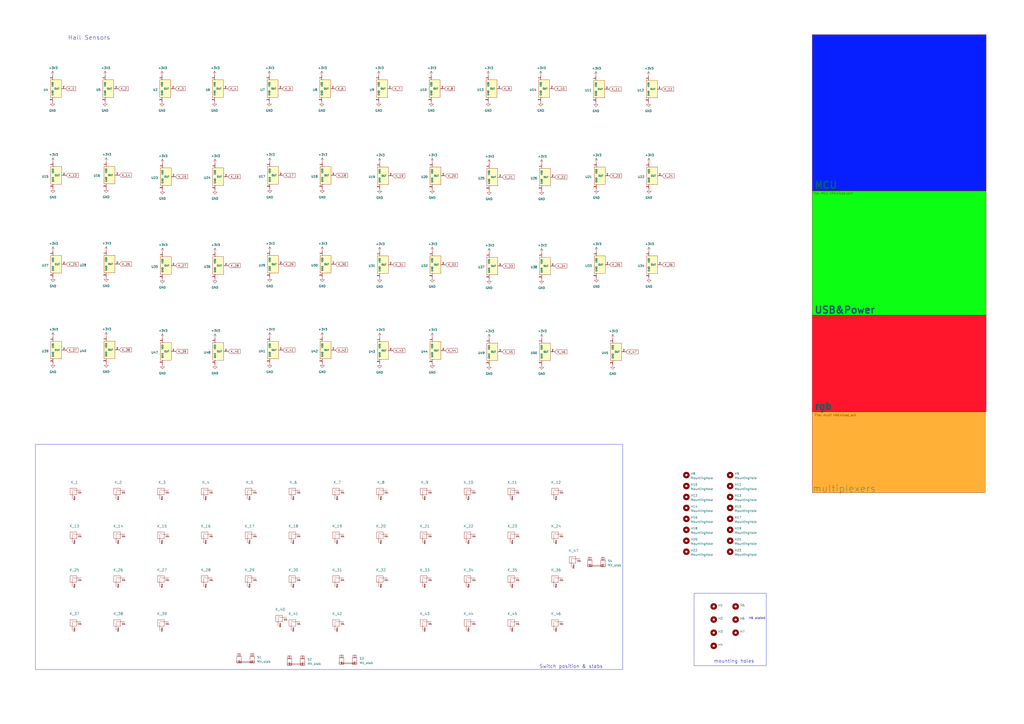
<source format=kicad_sch>
(kicad_sch (version 20230121) (generator eeschema)
  (paper "A2")
  (rectangle (start 402.59 344.17) (end 444.5 386.08))
  (rectangle (start 20.574 257.81) (end 361.188 388.366))
  (text "Switch position & stabs\n" (at 312.928 387.858 0) (effects (font (size 2 2)) (justify left bottom)))
  (text "Hall Sensors" (at 39.37 23.495 0) (effects (font (size 2.54 2.54)) (justify left bottom)))
  (text "mounting holes" (at 414.02 384.81 0) (effects (font (size 2 2)) (justify left bottom)))
  (text "H6 plated" (at 434.34 359.41 0) (effects (font (size 1.27 1.27)) (justify left bottom)))
  (global_label "K_44" (shape input) (at 258.318 203.327 0) (property "Intersheetrefs" "${INTERSHEET_REFS}" (effects hide)))
  (global_label "K_9" (shape input) (at 290.83 51.435 0) (property "Intersheetrefs" "${INTERSHEET_REFS}" (effects hide)))
  (global_label "K_6" (shape input) (at 194.31 51.435 0) (property "Intersheetrefs" "${INTERSHEET_REFS}" (effects hide)))
  (global_label "K_16" (shape input) (at 132.334 102.489 0) (property "Intersheetrefs" "${INTERSHEET_REFS}" (effects hide)))
  (global_label "K_38" (shape input) (at 69.215 202.946 0) (property "Intersheetrefs" "${INTERSHEET_REFS}" (effects hide)))
  (global_label "K_4" (shape input) (at 132.08 51.435 0) (property "Intersheetrefs" "${INTERSHEET_REFS}" (effects hide)))
  (global_label "K_24" (shape input) (at 384.048 101.981 0) (property "Intersheetrefs" "${INTERSHEET_REFS}" (effects hide)))
  (global_label "K_25" (shape input) (at 38.354 153.289 0) (property "Intersheetrefs" "${INTERSHEET_REFS}" (effects hide)))
  (global_label "K_47" (shape input) (at 363.093 204.089 0) (property "Intersheetrefs" "${INTERSHEET_REFS}" (effects hide)))
  (global_label "K_17" (shape input) (at 164.084 101.727 0) (property "Intersheetrefs" "${INTERSHEET_REFS}" (effects hide)))
  (global_label "K_22" (shape input) (at 321.818 102.743 0) (property "Intersheetrefs" "${INTERSHEET_REFS}" (effects hide)))
  (global_label "K_18" (shape input) (at 194.564 101.727 0) (property "Intersheetrefs" "${INTERSHEET_REFS}" (effects hide)))
  (global_label "K_14" (shape input) (at 69.215 101.6 0) (property "Intersheetrefs" "${INTERSHEET_REFS}" (effects hide)))
  (global_label "K_21" (shape input) (at 291.338 102.743 0) (property "Intersheetrefs" "${INTERSHEET_REFS}" (effects hide)))
  (global_label "K_42" (shape input) (at 194.564 203.073 0) (property "Intersheetrefs" "${INTERSHEET_REFS}" (effects hide)))
  (global_label "K_39" (shape input) (at 101.854 203.835 0) (property "Intersheetrefs" "${INTERSHEET_REFS}" (effects hide)))
  (global_label "K_11" (shape input) (at 353.314 51.689 0) (property "Intersheetrefs" "${INTERSHEET_REFS}" (effects hide)))
  (global_label "K_2" (shape input) (at 68.58 51.435 0) (property "Intersheetrefs" "${INTERSHEET_REFS}" (effects hide)))
  (global_label "K_15" (shape input) (at 101.854 102.489 0) (property "Intersheetrefs" "${INTERSHEET_REFS}" (effects hide)))
  (global_label "K_36" (shape input) (at 384.048 153.543 0) (property "Intersheetrefs" "${INTERSHEET_REFS}" (effects hide)))
  (global_label "K_20" (shape input) (at 258.318 101.981 0) (property "Intersheetrefs" "${INTERSHEET_REFS}" (effects hide)))
  (global_label "K_13" (shape input) (at 38.354 101.727 0) (property "Intersheetrefs" "${INTERSHEET_REFS}" (effects hide)))
  (global_label "K_5" (shape input) (at 163.83 51.435 0) (property "Intersheetrefs" "${INTERSHEET_REFS}" (effects hide)))
  (global_label "K_35" (shape input) (at 353.568 153.543 0) (property "Intersheetrefs" "${INTERSHEET_REFS}" (effects hide)))
  (global_label "K_31" (shape input) (at 227.838 153.543 0) (property "Intersheetrefs" "${INTERSHEET_REFS}" (effects hide)))
  (global_label "K_26" (shape input) (at 69.215 153.162 0) (property "Intersheetrefs" "${INTERSHEET_REFS}" (effects hide)))
  (global_label "K_34" (shape input) (at 321.818 154.305 0) (property "Intersheetrefs" "${INTERSHEET_REFS}" (effects hide)))
  (global_label "K_43" (shape input) (at 227.838 203.327 0) (property "Intersheetrefs" "${INTERSHEET_REFS}" (effects hide)))
  (global_label "K_10" (shape input) (at 321.31 51.435 0) (property "Intersheetrefs" "${INTERSHEET_REFS}" (effects hide)))
  (global_label "K_29" (shape input) (at 164.084 153.289 0) (property "Intersheetrefs" "${INTERSHEET_REFS}" (effects hide)))
  (global_label "K_40" (shape input) (at 132.334 203.835 0) (property "Intersheetrefs" "${INTERSHEET_REFS}" (effects hide)))
  (global_label "K_12" (shape input) (at 383.794 51.689 0) (property "Intersheetrefs" "${INTERSHEET_REFS}" (effects hide)))
  (global_label "K_37" (shape input) (at 38.354 203.073 0) (property "Intersheetrefs" "${INTERSHEET_REFS}" (effects hide)))
  (global_label "K_32" (shape input) (at 258.318 153.543 0) (property "Intersheetrefs" "${INTERSHEET_REFS}" (effects hide)))
  (global_label "K_33" (shape input) (at 291.338 154.305 0) (property "Intersheetrefs" "${INTERSHEET_REFS}" (effects hide)))
  (global_label "K_45" (shape input) (at 291.338 204.089 0) (property "Intersheetrefs" "${INTERSHEET_REFS}" (effects hide)))
  (global_label "K_7" (shape input) (at 227.33 51.435 0) (property "Intersheetrefs" "${INTERSHEET_REFS}" (effects hide)))
  (global_label "K_23" (shape input) (at 353.568 101.981 0) (property "Intersheetrefs" "${INTERSHEET_REFS}" (effects hide)))
  (global_label "K_28" (shape input) (at 132.334 154.051 0) (property "Intersheetrefs" "${INTERSHEET_REFS}" (effects hide)))
  (global_label "K_27" (shape input) (at 101.854 154.051 0) (property "Intersheetrefs" "${INTERSHEET_REFS}" (effects hide)))
  (global_label "K_30" (shape input) (at 194.564 153.289 0) (property "Intersheetrefs" "${INTERSHEET_REFS}" (effects hide)))
  (global_label "K_1" (shape input) (at 38.1 51.435 0) (property "Intersheetrefs" "${INTERSHEET_REFS}" (effects hide)))
  (global_label "K_3" (shape input) (at 101.6 51.435 0) (property "Intersheetrefs" "${INTERSHEET_REFS}" (effects hide)))
  (global_label "K_8" (shape input) (at 257.81 51.435 0) (property "Intersheetrefs" "${INTERSHEET_REFS}" (effects hide)))
  (global_label "K_41" (shape input) (at 164.084 203.073 0) (property "Intersheetrefs" "${INTERSHEET_REFS}" (effects hide)))
  (global_label "K_19" (shape input) (at 227.838 101.981 0) (property "Intersheetrefs" "${INTERSHEET_REFS}" (effects hide)))
  (global_label "K_46" (shape input) (at 321.818 204.089 0) (property "Intersheetrefs" "${INTERSHEET_REFS}" (effects hide)))
  (symbol (lib_id "PCM_marbastlib-mx:MX_stab") (at 171.704 383.286 0) (unit 1)
    (property "Reference" "S2" (at 178.308 382.524 0) (effects (justify left)))
    (property "Value" "MX_stab" (at 178.308 385.064 0) (effects (justify left)))
    (property "Footprint" "PCM_marbastlib-mx:STAB_MX_6.25u" (effects hide))
  )
  (symbol (lib_id "power:+3V3") (at 30.734 195.453 0) (unit 1)
    (property "Reference" "#PWR0188" (effects hide))
    (property "Value" "+3V3" (at 31.115 191.0588 0))
  )
  (symbol (lib_id "power:GND") (at 345.948 109.601 0) (unit 1)
    (property "Reference" "#PWR0128" (effects hide))
    (property "Value" "GND" (at 345.948 114.681 0))
  )
  (symbol (lib_id "49e:Hall_Sensor") (at 33.274 203.073 0) (unit 1)
    (property "Reference" "U39" (at 28.194 203.708 0) (effects (justify right)))
    (property "Value" "SLSS49E-3" (effects hide))
    (property "Footprint" "Package_TO_SOT_SMD:SOT-23" (effects hide))
    (property "Datasheet" "https://datasheet.lcsc.com/lcsc/2110081930_Slkor-SLKORMICRO-Elec--SLSS49E-3_C2904393.pdf" (effects hide))
    (property "LCSC Part" "C2904393" (effects hide))
    (property "LCSC" "C2904393" (effects hide))
  )
  (symbol (lib_id "MX_Alps_Hybrid:MX-NoLED") (at 170.18 285.75 0) (unit 1)
    (property "Reference" "K_6" (at 170.18 279.8318 0) (effects (font (size 1.524 1.524))))
    (property "Value" "KEYSW" (effects hide))
    (property "Footprint" "Moonpad:Wooting_1.00u" (effects hide))
  )
  (symbol (lib_id "Mechanical:MountingHole") (at 398.145 281.94 0) (unit 1)
    (property "Reference" "H10" (at 400.685 281.1053 0) (effects (justify left)))
    (property "Value" "MountingHole" (at 400.685 283.6422 0) (effects (justify left)))
    (property "Footprint" "cipulot_parts:HOLE_M2" (effects hide))
  )
  (symbol (lib_id "MX_Alps_Hybrid:MX-NoLED") (at 246.38 361.95 0) (unit 1)
    (property "Reference" "K_43" (at 246.38 356.0318 0) (effects (font (size 1.524 1.524))))
    (property "Value" "KEYSW" (effects hide))
    (property "Footprint" "Moonpad:Wooting_1.00u" (effects hide))
  )
  (symbol (lib_id "power:+3V3") (at 186.69 43.815 0) (unit 1)
    (property "Reference" "#PWR061" (effects hide))
    (property "Value" "+3V3" (at 187.071 39.4208 0))
  )
  (symbol (lib_id "power:+3V3") (at 314.198 146.685 0) (unit 1)
    (property "Reference" "#PWR0151" (effects hide))
    (property "Value" "+3V3" (at 314.579 142.2908 0))
  )
  (symbol (lib_id "power:GND") (at 30.734 210.693 0) (unit 1)
    (property "Reference" "#PWR0212" (effects hide))
    (property "Value" "GND" (at 30.734 215.773 0))
  )
  (symbol (lib_id "power:GND") (at 124.714 211.455 0) (unit 1)
    (property "Reference" "#PWR0230" (effects hide))
    (property "Value" "GND" (at 124.714 216.535 0))
  )
  (symbol (lib_id "49e:Hall_Sensor") (at 96.774 203.835 0) (unit 1)
    (property "Reference" "U47" (at 91.694 204.47 0) (effects (justify right)))
    (property "Value" "SLSS49E-3" (effects hide))
    (property "Footprint" "Package_TO_SOT_SMD:SOT-23" (effects hide))
    (property "Datasheet" "https://datasheet.lcsc.com/lcsc/2110081930_Slkor-SLKORMICRO-Elec--SLSS49E-3_C2904393.pdf" (effects hide))
    (property "LCSC Part" "C2904393" (effects hide))
    (property "LCSC" "C2904393" (effects hide))
  )
  (symbol (lib_id "MX_Alps_Hybrid:MX-NoLED") (at 297.18 361.95 0) (unit 1)
    (property "Reference" "K_45" (at 297.18 356.0318 0) (effects (font (size 1.524 1.524))))
    (property "Value" "KEYSW" (effects hide))
    (property "Footprint" "Moonpad:Wooting_1.00u" (effects hide))
  )
  (symbol (lib_id "power:+3V3") (at 219.71 43.815 0) (unit 1)
    (property "Reference" "#PWR068" (effects hide))
    (property "Value" "+3V3" (at 220.091 39.4208 0))
  )
  (symbol (lib_id "MX_Alps_Hybrid:MX-NoLED") (at 271.78 285.75 0) (unit 1)
    (property "Reference" "K_10" (at 271.78 279.8318 0) (effects (font (size 1.524 1.524))))
    (property "Value" "KEYSW" (effects hide))
    (property "Footprint" "Moonpad:Wooting_1.00u" (effects hide))
  )
  (symbol (lib_id "power:+3V3") (at 283.718 95.123 0) (unit 1)
    (property "Reference" "#PWR0102" (effects hide))
    (property "Value" "+3V3" (at 284.099 90.7288 0))
  )
  (symbol (lib_id "49e:Hall_Sensor") (at 286.258 154.305 0) (unit 1)
    (property "Reference" "U37" (at 281.178 154.94 0) (effects (justify right)))
    (property "Value" "SLSS49E-3" (effects hide))
    (property "Footprint" "Package_TO_SOT_SMD:SOT-23" (effects hide))
    (property "Datasheet" "https://datasheet.lcsc.com/lcsc/2110081930_Slkor-SLKORMICRO-Elec--SLSS49E-3_C2904393.pdf" (effects hide))
    (property "LCSC Part" "C2904393" (effects hide))
    (property "LCSC" "C2904393" (effects hide))
  )
  (symbol (lib_id "power:GND") (at 93.98 59.055 0) (unit 1)
    (property "Reference" "#PWR056" (effects hide))
    (property "Value" "GND" (at 93.98 64.135 0))
  )
  (symbol (lib_id "power:+3V3") (at 250.698 145.923 0) (unit 1)
    (property "Reference" "#PWR0145" (effects hide))
    (property "Value" "+3V3" (at 251.079 141.5288 0))
  )
  (symbol (lib_id "49e:Hall_Sensor") (at 378.968 153.543 0) (unit 1)
    (property "Reference" "U34" (at 373.888 154.178 0) (effects (justify right)))
    (property "Value" "SLSS49E-3" (effects hide))
    (property "Footprint" "Package_TO_SOT_SMD:SOT-23" (effects hide))
    (property "Datasheet" "https://datasheet.lcsc.com/lcsc/2110081930_Slkor-SLKORMICRO-Elec--SLSS49E-3_C2904393.pdf" (effects hide))
    (property "LCSC Part" "C2904393" (effects hide))
    (property "LCSC" "C2904393" (effects hide))
  )
  (symbol (lib_id "MX_Alps_Hybrid:MX-NoLED") (at 170.18 311.15 0) (unit 1)
    (property "Reference" "K_18" (at 170.18 305.2318 0) (effects (font (size 1.524 1.524))))
    (property "Value" "KEYSW" (effects hide))
    (property "Footprint" "Moonpad:Wooting_1.00u" (effects hide))
  )
  (symbol (lib_id "power:GND") (at 61.595 160.782 0) (unit 1)
    (property "Reference" "#PWR0166" (effects hide))
    (property "Value" "GND" (at 61.595 165.862 0))
  )
  (symbol (lib_id "MX_Alps_Hybrid:MX-NoLED") (at 220.98 311.15 0) (unit 1)
    (property "Reference" "K_20" (at 220.98 305.2318 0) (effects (font (size 1.524 1.524))))
    (property "Value" "KEYSW" (effects hide))
    (property "Footprint" "Moonpad:Wooting_1.00u" (effects hide))
  )
  (symbol (lib_id "49e:Hall_Sensor") (at 253.238 153.543 0) (unit 1)
    (property "Reference" "U32" (at 248.158 154.178 0) (effects (justify right)))
    (property "Value" "SLSS49E-3" (effects hide))
    (property "Footprint" "Package_TO_SOT_SMD:SOT-23" (effects hide))
    (property "Datasheet" "https://datasheet.lcsc.com/lcsc/2110081930_Slkor-SLKORMICRO-Elec--SLSS49E-3_C2904393.pdf" (effects hide))
    (property "LCSC Part" "C2904393" (effects hide))
    (property "LCSC" "C2904393" (effects hide))
  )
  (symbol (lib_id "Mechanical:MountingHole") (at 423.545 320.04 0) (unit 1)
    (property "Reference" "H23" (at 426.085 319.2053 0) (effects (justify left)))
    (property "Value" "MountingHole" (at 426.085 321.7422 0) (effects (justify left)))
    (property "Footprint" "cipulot_parts:HOLE_M2" (effects hide))
  )
  (symbol (lib_id "Mechanical:MountingHole") (at 423.545 300.99 0) (unit 1)
    (property "Reference" "H17" (at 426.085 300.1553 0) (effects (justify left)))
    (property "Value" "MountingHole" (at 426.085 302.6922 0) (effects (justify left)))
    (property "Footprint" "cipulot_parts:HOLE_M2" (effects hide))
  )
  (symbol (lib_id "power:GND") (at 314.198 211.709 0) (unit 1)
    (property "Reference" "#PWR0234" (effects hide))
    (property "Value" "GND" (at 314.198 216.789 0))
  )
  (symbol (lib_id "power:GND") (at 355.473 211.709 0) (unit 1)
    (property "Reference" "#PWR0206" (effects hide))
    (property "Value" "GND" (at 355.473 216.789 0))
  )
  (symbol (lib_id "power:GND") (at 283.21 59.055 0) (unit 1)
    (property "Reference" "#PWR088" (effects hide))
    (property "Value" "GND" (at 283.21 64.135 0))
  )
  (symbol (lib_id "power:+3V3") (at 283.21 43.815 0) (unit 1)
    (property "Reference" "#PWR072" (effects hide))
    (property "Value" "+3V3" (at 283.591 39.4208 0))
  )
  (symbol (lib_id "power:+3V3") (at 250.698 94.361 0) (unit 1)
    (property "Reference" "#PWR097" (effects hide))
    (property "Value" "+3V3" (at 251.079 89.9668 0))
  )
  (symbol (lib_id "power:+3V3") (at 220.218 195.707 0) (unit 1)
    (property "Reference" "#PWR0192" (effects hide))
    (property "Value" "+3V3" (at 220.599 191.3128 0))
  )
  (symbol (lib_id "power:+3V3") (at 220.218 94.361 0) (unit 1)
    (property "Reference" "#PWR096" (effects hide))
    (property "Value" "+3V3" (at 220.599 89.9668 0))
  )
  (symbol (lib_id "power:GND") (at 124.46 59.055 0) (unit 1)
    (property "Reference" "#PWR058" (effects hide))
    (property "Value" "GND" (at 124.46 64.135 0))
  )
  (symbol (lib_id "MX_Alps_Hybrid:MX-NoLED") (at 322.58 336.55 0) (unit 1)
    (property "Reference" "K_36" (at 322.58 330.6318 0) (effects (font (size 1.524 1.524))))
    (property "Value" "KEYSW" (effects hide))
    (property "Footprint" "Moonpad:Wooting_1.00u" (effects hide))
  )
  (symbol (lib_id "49e:Hall_Sensor") (at 222.758 101.981 0) (unit 1)
    (property "Reference" "U19" (at 217.678 102.616 0) (effects (justify right)))
    (property "Value" "SLSS49E-3" (effects hide))
    (property "Footprint" "Package_TO_SOT_SMD:SOT-23" (effects hide))
    (property "Datasheet" "https://datasheet.lcsc.com/lcsc/2110081930_Slkor-SLKORMICRO-Elec--SLSS49E-3_C2904393.pdf" (effects hide))
    (property "LCSC Part" "C2904393" (effects hide))
    (property "LCSC" "C2904393" (effects hide))
  )
  (symbol (lib_id "power:+3V3") (at 314.198 95.123 0) (unit 1)
    (property "Reference" "#PWR0103" (effects hide))
    (property "Value" "+3V3" (at 314.579 90.7288 0))
  )
  (symbol (lib_id "49e:Hall_Sensor") (at 378.714 51.689 0) (unit 1)
    (property "Reference" "U12" (at 373.634 52.324 0) (effects (justify right)))
    (property "Value" "SLSS49E-3" (effects hide))
    (property "Footprint" "Package_TO_SOT_SMD:SOT-23" (effects hide))
    (property "Datasheet" "https://datasheet.lcsc.com/lcsc/2110081930_Slkor-SLKORMICRO-Elec--SLSS49E-3_C2904393.pdf" (effects hide))
    (property "LCSC Part" "C2904393" (effects hide))
    (property "LCSC" "C2904393" (effects hide))
  )
  (symbol (lib_id "power:+3V3") (at 61.595 145.542 0) (unit 1)
    (property "Reference" "#PWR0141" (effects hide))
    (property "Value" "+3V3" (at 61.976 141.1478 0))
  )
  (symbol (lib_id "power:+3V3") (at 124.46 43.815 0) (unit 1)
    (property "Reference" "#PWR053" (effects hide))
    (property "Value" "+3V3" (at 124.841 39.4208 0))
  )
  (symbol (lib_id "power:+3V3") (at 186.944 195.453 0) (unit 1)
    (property "Reference" "#PWR0191" (effects hide))
    (property "Value" "+3V3" (at 187.325 191.0588 0))
  )
  (symbol (lib_id "MX_Alps_Hybrid:MX-NoLED") (at 93.98 285.75 0) (unit 1)
    (property "Reference" "K_3" (at 93.98 279.8318 0) (effects (font (size 1.524 1.524))))
    (property "Value" "KEYSW" (effects hide))
    (property "Footprint" "Moonpad:Wooting_1.00u" (effects hide))
  )
  (symbol (lib_id "Mechanical:MountingHole") (at 398.145 294.64 0) (unit 1)
    (property "Reference" "H14" (at 400.685 293.8053 0) (effects (justify left)))
    (property "Value" "MountingHole" (at 400.685 296.3422 0) (effects (justify left)))
    (property "Footprint" "cipulot_parts:HOLE_M2" (effects hide))
  )
  (symbol (lib_id "MX_Alps_Hybrid:MX-NoLED") (at 297.18 336.55 0) (unit 1)
    (property "Reference" "K_35" (at 297.18 330.6318 0) (effects (font (size 1.524 1.524))))
    (property "Value" "KEYSW" (effects hide))
    (property "Footprint" "Moonpad:Wooting_1.00u" (effects hide))
  )
  (symbol (lib_id "49e:Hall_Sensor") (at 127 51.435 0) (unit 1)
    (property "Reference" "U6" (at 121.92 52.07 0) (effects (justify right)))
    (property "Value" "SLSS49E-3" (effects hide))
    (property "Footprint" "Package_TO_SOT_SMD:SOT-23" (effects hide))
    (property "Datasheet" "https://datasheet.lcsc.com/lcsc/2110081930_Slkor-SLKORMICRO-Elec--SLSS49E-3_C2904393.pdf" (effects hide))
    (property "LCSC Part" "C2904393" (effects hide))
    (property "LCSC" "C2904393" (effects hide))
  )
  (symbol (lib_id "49e:Hall_Sensor") (at 286.258 204.089 0) (unit 1)
    (property "Reference" "U49" (at 281.178 204.724 0) (effects (justify right)))
    (property "Value" "SLSS49E-3" (effects hide))
    (property "Footprint" "Package_TO_SOT_SMD:SOT-23" (effects hide))
    (property "Datasheet" "https://datasheet.lcsc.com/lcsc/2110081930_Slkor-SLKORMICRO-Elec--SLSS49E-3_C2904393.pdf" (effects hide))
    (property "LCSC Part" "C2904393" (effects hide))
    (property "LCSC" "C2904393" (effects hide))
  )
  (symbol (lib_id "MX_Alps_Hybrid:MX-NoLED") (at 271.78 311.15 0) (unit 1)
    (property "Reference" "K_22" (at 271.78 305.2318 0) (effects (font (size 1.524 1.524))))
    (property "Value" "KEYSW" (effects hide))
    (property "Footprint" "Moonpad:Wooting_1.00u" (effects hide))
  )
  (symbol (lib_id "MX_Alps_Hybrid:MX-NoLED") (at 93.98 361.95 0) (unit 1)
    (property "Reference" "K_39" (at 93.98 356.0318 0) (effects (font (size 1.524 1.524))))
    (property "Value" "KEYSW" (effects hide))
    (property "Footprint" "Moonpad:Wooting_1.00u" (effects hide))
  )
  (symbol (lib_id "Mechanical:MountingHole") (at 426.72 351.79 0) (unit 1)
    (property "Reference" "H5" (at 429.26 351.155 0) (effects (justify left)))
    (property "Value" "MountingHole" (effects hide))
    (property "Footprint" "MountingHole:MountingHole_2.2mm_M2" (effects hide))
  )
  (symbol (lib_id "power:GND") (at 283.718 161.925 0) (unit 1)
    (property "Reference" "#PWR0184" (effects hide))
    (property "Value" "GND" (at 283.718 167.005 0))
  )
  (symbol (lib_id "Mechanical:MountingHole") (at 423.545 313.69 0) (unit 1)
    (property "Reference" "H21" (at 426.085 312.8553 0) (effects (justify left)))
    (property "Value" "MountingHole" (at 426.085 315.3922 0) (effects (justify left)))
    (property "Footprint" "cipulot_parts:HOLE_M2" (effects hide))
  )
  (symbol (lib_id "power:GND") (at 186.944 109.347 0) (unit 1)
    (property "Reference" "#PWR0122" (effects hide))
    (property "Value" "GND" (at 186.944 114.427 0))
  )
  (symbol (lib_id "power:+3V3") (at 283.718 196.469 0) (unit 1)
    (property "Reference" "#PWR0198" (effects hide))
    (property "Value" "+3V3" (at 284.099 192.0748 0))
  )
  (symbol (lib_id "49e:Hall_Sensor") (at 348.488 101.981 0) (unit 1)
    (property "Reference" "U21" (at 343.408 102.616 0) (effects (justify right)))
    (property "Value" "SLSS49E-3" (effects hide))
    (property "Footprint" "Package_TO_SOT_SMD:SOT-23" (effects hide))
    (property "Datasheet" "https://datasheet.lcsc.com/lcsc/2110081930_Slkor-SLKORMICRO-Elec--SLSS49E-3_C2904393.pdf" (effects hide))
    (property "LCSC Part" "C2904393" (effects hide))
    (property "LCSC" "C2904393" (effects hide))
  )
  (symbol (lib_id "power:+3V3") (at 376.174 44.069 0) (unit 1)
    (property "Reference" "#PWR071" (effects hide))
    (property "Value" "+3V3" (at 376.555 39.6748 0))
  )
  (symbol (lib_id "MX_Alps_Hybrid:MX-NoLED") (at 144.78 311.15 0) (unit 1)
    (property "Reference" "K_17" (at 144.78 305.2318 0) (effects (font (size 1.524 1.524))))
    (property "Value" "KEYSW" (effects hide))
    (property "Footprint" "Moonpad:Wooting_1.00u" (effects hide))
  )
  (symbol (lib_id "49e:Hall_Sensor") (at 127.254 154.051 0) (unit 1)
    (property "Reference" "U36" (at 122.174 154.686 0) (effects (justify right)))
    (property "Value" "SLSS49E-3" (effects hide))
    (property "Footprint" "Package_TO_SOT_SMD:SOT-23" (effects hide))
    (property "Datasheet" "https://datasheet.lcsc.com/lcsc/2110081930_Slkor-SLKORMICRO-Elec--SLSS49E-3_C2904393.pdf" (effects hide))
    (property "LCSC Part" "C2904393" (effects hide))
    (property "LCSC" "C2904393" (effects hide))
  )
  (symbol (lib_id "power:+3V3") (at 30.734 94.107 0) (unit 1)
    (property "Reference" "#PWR092" (effects hide))
    (property "Value" "+3V3" (at 31.115 89.7128 0))
  )
  (symbol (lib_id "49e:Hall_Sensor") (at 316.738 154.305 0) (unit 1)
    (property "Reference" "U38" (at 311.658 154.94 0) (effects (justify right)))
    (property "Value" "SLSS49E-3" (effects hide))
    (property "Footprint" "Package_TO_SOT_SMD:SOT-23" (effects hide))
    (property "Datasheet" "https://datasheet.lcsc.com/lcsc/2110081930_Slkor-SLKORMICRO-Elec--SLSS49E-3_C2904393.pdf" (effects hide))
    (property "LCSC Part" "C2904393" (effects hide))
    (property "LCSC" "C2904393" (effects hide))
  )
  (symbol (lib_id "49e:Hall_Sensor") (at 96.52 51.435 0) (unit 1)
    (property "Reference" "U2" (at 91.44 52.07 0) (effects (justify right)))
    (property "Value" "SLSS49E-3" (effects hide))
    (property "Footprint" "Package_TO_SOT_SMD:SOT-23" (effects hide))
    (property "Datasheet" "https://datasheet.lcsc.com/lcsc/2110081930_Slkor-SLKORMICRO-Elec--SLSS49E-3_C2904393.pdf" (effects hide))
    (property "LCSC Part" "C2904393" (effects hide))
    (property "LCSC" "C2904393" (effects hide))
  )
  (symbol (lib_id "49e:Hall_Sensor") (at 33.274 153.289 0) (unit 1)
    (property "Reference" "U27" (at 28.194 153.924 0) (effects (justify right)))
    (property "Value" "SLSS49E-3" (effects hide))
    (property "Footprint" "Package_TO_SOT_SMD:SOT-23" (effects hide))
    (property "Datasheet" "https://datasheet.lcsc.com/lcsc/2110081930_Slkor-SLKORMICRO-Elec--SLSS49E-3_C2904393.pdf" (effects hide))
    (property "LCSC Part" "C2904393" (effects hide))
    (property "LCSC" "C2904393" (effects hide))
  )
  (symbol (lib_id "MX_Alps_Hybrid:MX-NoLED") (at 119.38 311.15 0) (unit 1)
    (property "Reference" "K_16" (at 119.38 305.2318 0) (effects (font (size 1.524 1.524))))
    (property "Value" "KEYSW" (effects hide))
    (property "Footprint" "Moonpad:Wooting_1.00u" (effects hide))
  )
  (symbol (lib_id "49e:Hall_Sensor") (at 63.5 51.435 0) (unit 1)
    (property "Reference" "U5" (at 58.42 52.07 0) (effects (justify right)))
    (property "Value" "SLSS49E-3" (effects hide))
    (property "Footprint" "Package_TO_SOT_SMD:SOT-23" (effects hide))
    (property "Datasheet" "https://datasheet.lcsc.com/lcsc/2110081930_Slkor-SLKORMICRO-Elec--SLSS49E-3_C2904393.pdf" (effects hide))
    (property "LCSC Part" "C2904393" (effects hide))
    (property "LCSC" "C2904393" (effects hide))
  )
  (symbol (lib_id "MX_Alps_Hybrid:MX-NoLED") (at 195.58 361.95 0) (unit 1)
    (property "Reference" "K_42" (at 195.58 356.0318 0) (effects (font (size 1.524 1.524))))
    (property "Value" "KEYSW" (effects hide))
    (property "Footprint" "Moonpad:Wooting_1.00u" (effects hide))
  )
  (symbol (lib_id "power:GND") (at 376.428 161.163 0) (unit 1)
    (property "Reference" "#PWR0178" (effects hide))
    (property "Value" "GND" (at 376.428 166.243 0))
  )
  (symbol (lib_id "power:+3V3") (at 94.234 196.215 0) (unit 1)
    (property "Reference" "#PWR0196" (effects hide))
    (property "Value" "+3V3" (at 94.615 191.8208 0))
  )
  (symbol (lib_id "power:+3V3") (at 61.595 195.326 0) (unit 1)
    (property "Reference" "#PWR0189" (effects hide))
    (property "Value" "+3V3" (at 61.976 190.9318 0))
  )
  (symbol (lib_id "49e:Hall_Sensor") (at 96.774 154.051 0) (unit 1)
    (property "Reference" "U35" (at 91.694 154.686 0) (effects (justify right)))
    (property "Value" "SLSS49E-3" (effects hide))
    (property "Footprint" "Package_TO_SOT_SMD:SOT-23" (effects hide))
    (property "Datasheet" "https://datasheet.lcsc.com/lcsc/2110081930_Slkor-SLKORMICRO-Elec--SLSS49E-3_C2904393.pdf" (effects hide))
    (property "LCSC Part" "C2904393" (effects hide))
    (property "LCSC" "C2904393" (effects hide))
  )
  (symbol (lib_id "49e:Hall_Sensor") (at 189.23 51.435 0) (unit 1)
    (property "Reference" "U8" (at 184.15 52.07 0) (effects (justify right)))
    (property "Value" "SLSS49E-3" (effects hide))
    (property "Footprint" "Package_TO_SOT_SMD:SOT-23" (effects hide))
    (property "Datasheet" "https://datasheet.lcsc.com/lcsc/2110081930_Slkor-SLKORMICRO-Elec--SLSS49E-3_C2904393.pdf" (effects hide))
    (property "LCSC Part" "C2904393" (effects hide))
    (property "LCSC" "C2904393" (effects hide))
  )
  (symbol (lib_id "power:+3V3") (at 156.464 195.453 0) (unit 1)
    (property "Reference" "#PWR0190" (effects hide))
    (property "Value" "+3V3" (at 156.845 191.0588 0))
  )
  (symbol (lib_id "power:GND") (at 250.698 161.163 0) (unit 1)
    (property "Reference" "#PWR0174" (effects hide))
    (property "Value" "GND" (at 250.698 166.243 0))
  )
  (symbol (lib_id "MX_Alps_Hybrid:MX-NoLED") (at 271.78 361.95 0) (unit 1)
    (property "Reference" "K_44" (at 271.78 356.0318 0) (effects (font (size 1.524 1.524))))
    (property "Value" "KEYSW" (effects hide))
    (property "Footprint" "Moonpad:Wooting_1.00u" (effects hide))
  )
  (symbol (lib_id "power:+3V3") (at 124.714 146.431 0) (unit 1)
    (property "Reference" "#PWR0149" (effects hide))
    (property "Value" "+3V3" (at 125.095 142.0368 0))
  )
  (symbol (lib_id "Mechanical:MountingHole") (at 423.545 307.34 0) (unit 1)
    (property "Reference" "H19" (at 426.085 306.5053 0) (effects (justify left)))
    (property "Value" "MountingHole" (at 426.085 309.0422 0) (effects (justify left)))
    (property "Footprint" "cipulot_parts:HOLE_M2" (effects hide))
  )
  (symbol (lib_id "49e:Hall_Sensor") (at 252.73 51.435 0) (unit 1)
    (property "Reference" "U10" (at 247.65 52.07 0) (effects (justify right)))
    (property "Value" "SLSS49E-3" (effects hide))
    (property "Footprint" "Package_TO_SOT_SMD:SOT-23" (effects hide))
    (property "Datasheet" "https://datasheet.lcsc.com/lcsc/2110081930_Slkor-SLKORMICRO-Elec--SLSS49E-3_C2904393.pdf" (effects hide))
    (property "LCSC Part" "C2904393" (effects hide))
    (property "LCSC" "C2904393" (effects hide))
  )
  (symbol (lib_id "MX_Alps_Hybrid:MX-NoLED") (at 144.78 336.55 0) (unit 1)
    (property "Reference" "K_29" (at 144.78 330.6318 0) (effects (font (size 1.524 1.524))))
    (property "Value" "KEYSW" (effects hide))
    (property "Footprint" "Moonpad:Wooting_1.00u" (effects hide))
  )
  (symbol (lib_id "power:GND") (at 94.234 161.671 0) (unit 1)
    (property "Reference" "#PWR0180" (effects hide))
    (property "Value" "GND" (at 94.234 166.751 0))
  )
  (symbol (lib_id "MX_Alps_Hybrid:MX-NoLED") (at 220.98 285.75 0) (unit 1)
    (property "Reference" "K_8" (at 220.98 279.8318 0) (effects (font (size 1.524 1.524))))
    (property "Value" "KEYSW" (effects hide))
    (property "Footprint" "Moonpad:Wooting_1.00u" (effects hide))
  )
  (symbol (lib_id "MX_Alps_Hybrid:MX-NoLED") (at 43.18 361.95 0) (unit 1)
    (property "Reference" "K_37" (at 43.18 356.0318 0) (effects (font (size 1.524 1.524))))
    (property "Value" "KEYSW" (effects hide))
    (property "Footprint" "Moonpad:Wooting_1.00u" (effects hide))
  )
  (symbol (lib_id "power:+3V3") (at 156.464 145.669 0) (unit 1)
    (property "Reference" "#PWR0142" (effects hide))
    (property "Value" "+3V3" (at 156.845 141.2748 0))
  )
  (symbol (lib_id "MX_Alps_Hybrid:MX-NoLED") (at 68.58 361.95 0) (unit 1)
    (property "Reference" "K_38" (at 68.58 356.0318 0) (effects (font (size 1.524 1.524))))
    (property "Value" "KEYSW" (effects hide))
    (property "Footprint" "Moonpad:Wooting_1.00u" (effects hide))
  )
  (symbol (lib_id "MX_Alps_Hybrid:MX-NoLED") (at 332.74 325.374 0) (unit 1)
    (property "Reference" "K_47" (at 332.74 319.4558 0) (effects (font (size 1.524 1.524))))
    (property "Value" "KEYSW" (effects hide))
    (property "Footprint" "Moonpad:Wooting_1.00u" (effects hide))
  )
  (symbol (lib_id "Mechanical:MountingHole") (at 423.545 288.29 0) (unit 1)
    (property "Reference" "H13" (at 426.085 287.4553 0) (effects (justify left)))
    (property "Value" "MountingHole" (at 426.085 289.9922 0) (effects (justify left)))
    (property "Footprint" "cipulot_parts:HOLE_M2" (effects hide))
  )
  (symbol (lib_id "power:GND") (at 220.218 210.947 0) (unit 1)
    (property "Reference" "#PWR0220" (effects hide))
    (property "Value" "GND" (at 220.218 216.027 0))
  )
  (symbol (lib_id "power:GND") (at 30.734 109.347 0) (unit 1)
    (property "Reference" "#PWR0116" (effects hide))
    (property "Value" "GND" (at 30.734 114.427 0))
  )
  (symbol (lib_id "PCM_marbastlib-mx:MX_stab") (at 345.948 326.136 0) (unit 1)
    (property "Reference" "S4" (at 352.552 325.374 0) (effects (justify left)))
    (property "Value" "MX_stab" (at 352.552 327.914 0) (effects (justify left)))
    (property "Footprint" "PCM_marbastlib-mx:STAB_MX_ISO-ROT" (effects hide))
  )
  (symbol (lib_id "power:GND") (at 376.428 109.601 0) (unit 1)
    (property "Reference" "#PWR0130" (effects hide))
    (property "Value" "GND" (at 376.428 114.681 0))
  )
  (symbol (lib_id "power:+3V3") (at 283.718 146.685 0) (unit 1)
    (property "Reference" "#PWR0150" (effects hide))
    (property "Value" "+3V3" (at 284.099 142.2908 0))
  )
  (symbol (lib_id "power:+3V3") (at 93.98 43.815 0) (unit 1)
    (property "Reference" "#PWR052" (effects hide))
    (property "Value" "+3V3" (at 94.361 39.4208 0))
  )
  (symbol (lib_id "49e:Hall_Sensor") (at 222.25 51.435 0) (unit 1)
    (property "Reference" "U9" (at 217.17 52.07 0) (effects (justify right)))
    (property "Value" "SLSS49E-3" (effects hide))
    (property "Footprint" "Package_TO_SOT_SMD:SOT-23" (effects hide))
    (property "Datasheet" "https://datasheet.lcsc.com/lcsc/2110081930_Slkor-SLKORMICRO-Elec--SLSS49E-3_C2904393.pdf" (effects hide))
    (property "LCSC Part" "C2904393" (effects hide))
    (property "LCSC" "C2904393" (effects hide))
  )
  (symbol (lib_id "power:+3V3") (at 30.48 43.815 0) (unit 1)
    (property "Reference" "#PWR07" (effects hide))
    (property "Value" "+3V3" (at 30.861 39.4208 0))
  )
  (symbol (lib_id "power:+3V3") (at 156.464 94.107 0) (unit 1)
    (property "Reference" "#PWR094" (effects hide))
    (property "Value" "+3V3" (at 156.845 89.7128 0))
  )
  (symbol (lib_id "power:GND") (at 314.198 161.925 0) (unit 1)
    (property "Reference" "#PWR0186" (effects hide))
    (property "Value" "GND" (at 314.198 167.005 0))
  )
  (symbol (lib_id "MX_Alps_Hybrid:MX-NoLED") (at 246.38 311.15 0) (unit 1)
    (property "Reference" "K_21" (at 246.38 305.2318 0) (effects (font (size 1.524 1.524))))
    (property "Value" "KEYSW" (effects hide))
    (property "Footprint" "Moonpad:Wooting_1.00u" (effects hide))
  )
  (symbol (lib_id "power:GND") (at 186.69 59.055 0) (unit 1)
    (property "Reference" "#PWR066" (effects hide))
    (property "Value" "GND" (at 186.69 64.135 0))
  )
  (symbol (lib_id "power:GND") (at 250.19 59.055 0) (unit 1)
    (property "Reference" "#PWR082" (effects hide))
    (property "Value" "GND" (at 250.19 64.135 0))
  )
  (symbol (lib_id "49e:Hall_Sensor") (at 64.135 202.946 0) (unit 1)
    (property "Reference" "U40" (at 50.165 203.581 0) (effects (justify right)))
    (property "Value" "SLSS49E-3" (effects hide))
    (property "Footprint" "Package_TO_SOT_SMD:SOT-23" (effects hide))
    (property "Datasheet" "https://datasheet.lcsc.com/lcsc/2110081930_Slkor-SLKORMICRO-Elec--SLSS49E-3_C2904393.pdf" (effects hide))
    (property "LCSC Part" "C2904393" (effects hide))
    (property "LCSC" "C2904393" (effects hide))
  )
  (symbol (lib_id "MX_Alps_Hybrid:MX-NoLED") (at 119.38 285.75 0) (unit 1)
    (property "Reference" "K_4" (at 119.38 279.8318 0) (effects (font (size 1.524 1.524))))
    (property "Value" "KEYSW" (effects hide))
    (property "Footprint" "Moonpad:Wooting_1.00u" (effects hide))
  )
  (symbol (lib_id "Mechanical:MountingHole") (at 398.145 320.04 0) (unit 1)
    (property "Reference" "H22" (at 400.685 319.2053 0) (effects (justify left)))
    (property "Value" "MountingHole" (at 400.685 321.7422 0) (effects (justify left)))
    (property "Footprint" "cipulot_parts:HOLE_M2" (effects hide))
  )
  (symbol (lib_id "MX_Alps_Hybrid:MX-NoLED") (at 271.78 336.55 0) (unit 1)
    (property "Reference" "K_34" (at 271.78 330.6318 0) (effects (font (size 1.524 1.524))))
    (property "Value" "KEYSW" (effects hide))
    (property "Footprint" "Moonpad:Wooting_1.00u" (effects hide))
  )
  (symbol (lib_id "power:GND") (at 94.234 211.455 0) (unit 1)
    (property "Reference" "#PWR0228" (effects hide))
    (property "Value" "GND" (at 94.234 216.535 0))
  )
  (symbol (lib_id "49e:Hall_Sensor") (at 33.02 51.435 0) (unit 1)
    (property "Reference" "U4" (at 27.94 52.07 0) (effects (justify right)))
    (property "Value" "SLSS49E-3" (effects hide))
    (property "Footprint" "Package_TO_SOT_SMD:SOT-23" (effects hide))
    (property "Datasheet" "https://datasheet.lcsc.com/lcsc/2110081930_Slkor-SLKORMICRO-Elec--SLSS49E-3_C2904393.pdf" (effects hide))
    (property "LCSC Part" "C2904393" (effects hide))
    (property "LCSC" "C2904393" (effects hide))
  )
  (symbol (lib_id "49e:Hall_Sensor") (at 378.968 101.981 0) (unit 1)
    (property "Reference" "U22" (at 373.888 102.616 0) (effects (justify right)))
    (property "Value" "SLSS49E-3" (effects hide))
    (property "Footprint" "Package_TO_SOT_SMD:SOT-23" (effects hide))
    (property "Datasheet" "https://datasheet.lcsc.com/lcsc/2110081930_Slkor-SLKORMICRO-Elec--SLSS49E-3_C2904393.pdf" (effects hide))
    (property "LCSC Part" "C2904393" (effects hide))
    (property "LCSC" "C2904393" (effects hide))
  )
  (symbol (lib_id "power:+3V3") (at 94.234 94.869 0) (unit 1)
    (property "Reference" "#PWR0100" (effects hide))
    (property "Value" "+3V3" (at 94.615 90.4748 0))
  )
  (symbol (lib_id "Mechanical:MountingHole") (at 398.145 307.34 0) (unit 1)
    (property "Reference" "H18" (at 400.685 306.5053 0) (effects (justify left)))
    (property "Value" "MountingHole" (at 400.685 309.0422 0) (effects (justify left)))
    (property "Footprint" "cipulot_parts:HOLE_M2" (effects hide))
  )
  (symbol (lib_id "49e:Hall_Sensor") (at 189.484 153.289 0) (unit 1)
    (property "Reference" "U30" (at 184.404 153.924 0) (effects (justify right)))
    (property "Value" "SLSS49E-3" (effects hide))
    (property "Footprint" "Package_TO_SOT_SMD:SOT-23" (effects hide))
    (property "Datasheet" "https://datasheet.lcsc.com/lcsc/2110081930_Slkor-SLKORMICRO-Elec--SLSS49E-3_C2904393.pdf" (effects hide))
    (property "LCSC Part" "C2904393" (effects hide))
    (property "LCSC" "C2904393" (effects hide))
  )
  (symbol (lib_id "Mechanical:MountingHole") (at 414.02 351.79 0) (unit 1)
    (property "Reference" "H1" (at 416.56 351.155 0) (effects (justify left)))
    (property "Value" "MountingHole" (effects hide))
    (property "Footprint" "MountingHole:MountingHole_2.2mm_M2" (effects hide))
  )
  (symbol (lib_id "MX_Alps_Hybrid:MX-NoLED") (at 195.58 311.15 0) (unit 1)
    (property "Reference" "K_19" (at 195.58 305.2318 0) (effects (font (size 1.524 1.524))))
    (property "Value" "KEYSW" (effects hide))
    (property "Footprint" "Moonpad:Wooting_1.00u" (effects hide))
  )
  (symbol (lib_id "power:+3V3") (at 186.944 145.669 0) (unit 1)
    (property "Reference" "#PWR0143" (effects hide))
    (property "Value" "+3V3" (at 187.325 141.2748 0))
  )
  (symbol (lib_id "Mechanical:MountingHole") (at 398.145 275.59 0) (unit 1)
    (property "Reference" "H8" (at 400.685 274.7553 0) (effects (justify left)))
    (property "Value" "MountingHole" (at 400.685 277.2922 0) (effects (justify left)))
    (property "Footprint" "cipulot_parts:HOLE_M2" (effects hide))
  )
  (symbol (lib_id "49e:Hall_Sensor") (at 348.234 51.689 0) (unit 1)
    (property "Reference" "U11" (at 343.154 52.324 0) (effects (justify right)))
    (property "Value" "SLSS49E-3" (effects hide))
    (property "Footprint" "Package_TO_SOT_SMD:SOT-23" (effects hide))
    (property "Datasheet" "https://datasheet.lcsc.com/lcsc/2110081930_Slkor-SLKORMICRO-Elec--SLSS49E-3_C2904393.pdf" (effects hide))
    (property "LCSC Part" "C2904393" (effects hide))
    (property "LCSC" "C2904393" (effects hide))
  )
  (symbol (lib_id "power:GND") (at 124.714 161.671 0) (unit 1)
    (property "Reference" "#PWR0182" (effects hide))
    (property "Value" "GND" (at 124.714 166.751 0))
  )
  (symbol (lib_id "power:GND") (at 313.69 59.055 0) (unit 1)
    (property "Reference" "#PWR090" (effects hide))
    (property "Value" "GND" (at 313.69 64.135 0))
  )
  (symbol (lib_id "power:GND") (at 156.464 210.693 0) (unit 1)
    (property "Reference" "#PWR0216" (effects hide))
    (property "Value" "GND" (at 156.464 215.773 0))
  )
  (symbol (lib_id "power:GND") (at 30.734 160.909 0) (unit 1)
    (property "Reference" "#PWR0164" (effects hide))
    (property "Value" "GND" (at 30.734 165.989 0))
  )
  (symbol (lib_id "Mechanical:MountingHole") (at 423.545 281.94 0) (unit 1)
    (property "Reference" "H11" (at 426.085 281.1053 0) (effects (justify left)))
    (property "Value" "MountingHole" (at 426.085 283.6422 0) (effects (justify left)))
    (property "Footprint" "cipulot_parts:HOLE_M2" (effects hide))
  )
  (symbol (lib_id "Mechanical:MountingHole") (at 414.02 359.41 0) (unit 1)
    (property "Reference" "H2" (at 416.56 358.775 0) (effects (justify left)))
    (property "Value" "MountingHole" (effects hide))
    (property "Footprint" "MountingHole:MountingHole_2.2mm_M2" (effects hide))
  )
  (symbol (lib_id "MX_Alps_Hybrid:MX-NoLED") (at 195.58 336.55 0) (unit 1)
    (property "Reference" "K_31" (at 195.58 330.6318 0) (effects (font (size 1.524 1.524))))
    (property "Value" "KEYSW" (effects hide))
    (property "Footprint" "Moonpad:Wooting_1.00u" (effects hide))
  )
  (symbol (lib_id "power:+3V3") (at 94.234 146.431 0) (unit 1)
    (property "Reference" "#PWR0148" (effects hide))
    (property "Value" "+3V3" (at 94.615 142.0368 0))
  )
  (symbol (lib_id "power:GND") (at 250.698 109.601 0) (unit 1)
    (property "Reference" "#PWR0126" (effects hide))
    (property "Value" "GND" (at 250.698 114.681 0))
  )
  (symbol (lib_id "49e:Hall_Sensor") (at 158.75 51.435 0) (unit 1)
    (property "Reference" "U7" (at 153.67 52.07 0) (effects (justify right)))
    (property "Value" "SLSS49E-3" (effects hide))
    (property "Footprint" "Package_TO_SOT_SMD:SOT-23" (effects hide))
    (property "Datasheet" "https://datasheet.lcsc.com/lcsc/2110081930_Slkor-SLKORMICRO-Elec--SLSS49E-3_C2904393.pdf" (effects hide))
    (property "LCSC Part" "C2904393" (effects hide))
    (property "LCSC" "C2904393" (effects hide))
  )
  (symbol (lib_id "49e:Hall_Sensor") (at 189.484 203.073 0) (unit 1)
    (property "Reference" "U42" (at 184.404 203.708 0) (effects (justify right)))
    (property "Value" "SLSS49E-3" (effects hide))
    (property "Footprint" "Package_TO_SOT_SMD:SOT-23" (effects hide))
    (property "Datasheet" "https://datasheet.lcsc.com/lcsc/2110081930_Slkor-SLKORMICRO-Elec--SLSS49E-3_C2904393.pdf" (effects hide))
    (property "LCSC Part" "C2904393" (effects hide))
    (property "LCSC" "C2904393" (effects hide))
  )
  (symbol (lib_id "power:GND") (at 186.944 210.693 0) (unit 1)
    (property "Reference" "#PWR0218" (effects hide))
    (property "Value" "GND" (at 186.944 215.773 0))
  )
  (symbol (lib_id "power:+3V3") (at 313.69 43.815 0) (unit 1)
    (property "Reference" "#PWR073" (effects hide))
    (property "Value" "+3V3" (at 314.071 39.4208 0))
  )
  (symbol (lib_id "49e:Hall_Sensor") (at 222.758 153.543 0) (unit 1)
    (property "Reference" "U31" (at 217.678 154.178 0) (effects (justify right)))
    (property "Value" "SLSS49E-3" (effects hide))
    (property "Footprint" "Package_TO_SOT_SMD:SOT-23" (effects hide))
    (property "Datasheet" "https://datasheet.lcsc.com/lcsc/2110081930_Slkor-SLKORMICRO-Elec--SLSS49E-3_C2904393.pdf" (effects hide))
    (property "LCSC Part" "C2904393" (effects hide))
    (property "LCSC" "C2904393" (effects hide))
  )
  (symbol (lib_id "Mechanical:MountingHole") (at 414.02 367.03 0) (unit 1)
    (property "Reference" "H3" (at 416.56 366.395 0) (effects (justify left)))
    (property "Value" "MountingHole" (effects hide))
    (property "Footprint" "MountingHole:MountingHole_2.2mm_M2" (effects hide))
  )
  (symbol (lib_id "Mechanical:MountingHole") (at 398.145 300.99 0) (unit 1)
    (property "Reference" "H16" (at 400.685 300.1553 0) (effects (justify left)))
    (property "Value" "MountingHole" (at 400.685 302.6922 0) (effects (justify left)))
    (property "Footprint" "cipulot_parts:HOLE_M2" (effects hide))
  )
  (symbol (lib_id "power:+3V3") (at 345.694 44.069 0) (unit 1)
    (property "Reference" "#PWR070" (effects hide))
    (property "Value" "+3V3" (at 346.075 39.6748 0))
  )
  (symbol (lib_id "49e:Hall_Sensor") (at 222.758 203.327 0) (unit 1)
    (property "Reference" "U43" (at 217.678 203.962 0) (effects (justify right)))
    (property "Value" "SLSS49E-3" (effects hide))
    (property "Footprint" "Package_TO_SOT_SMD:SOT-23" (effects hide))
    (property "Datasheet" "https://datasheet.lcsc.com/lcsc/2110081930_Slkor-SLKORMICRO-Elec--SLSS49E-3_C2904393.pdf" (effects hide))
    (property "LCSC Part" "C2904393" (effects hide))
    (property "LCSC" "C2904393" (effects hide))
  )
  (symbol (lib_id "49e:Hall_Sensor") (at 159.004 153.289 0) (unit 1)
    (property "Reference" "U29" (at 153.924 153.924 0) (effects (justify right)))
    (property "Value" "SLSS49E-3" (effects hide))
    (property "Footprint" "Package_TO_SOT_SMD:SOT-23" (effects hide))
    (property "Datasheet" "https://datasheet.lcsc.com/lcsc/2110081930_Slkor-SLKORMICRO-Elec--SLSS49E-3_C2904393.pdf" (effects hide))
    (property "LCSC Part" "C2904393" (effects hide))
    (property "LCSC" "C2904393" (effects hide))
  )
  (symbol (lib_id "PCM_marbastlib-mx:MX_stab") (at 142.494 382.016 0) (unit 1)
    (property "Reference" "S1" (at 149.098 381.254 0) (effects (justify left)))
    (property "Value" "MX_stab" (at 149.098 383.794 0) (effects (justify left)))
    (property "Footprint" "PCM_marbastlib-mx:STAB_MX_2.75u" (effects hide))
  )
  (symbol (lib_id "Mechanical:MountingHole") (at 426.72 359.41 0) (unit 1)
    (property "Reference" "H6" (at 429.26 358.775 0) (effects (justify left)))
    (property "Value" "MountingHole" (effects hide))
    (property "Footprint" "MountingHole:MountingHole_2.2mm_M2" (effects hide))
  )
  (symbol (lib_id "power:GND") (at 94.234 110.109 0) (unit 1)
    (property "Reference" "#PWR0132" (effects hide))
    (property "Value" "GND" (at 94.234 115.189 0))
  )
  (symbol (lib_id "power:+3V3") (at 376.428 145.923 0) (unit 1)
    (property "Reference" "#PWR0147" (effects hide))
    (property "Value" "+3V3" (at 376.809 141.5288 0))
  )
  (symbol (lib_id "power:GND") (at 156.464 109.347 0) (unit 1)
    (property "Reference" "#PWR0120" (effects hide))
    (property "Value" "GND" (at 156.464 114.427 0))
  )
  (symbol (lib_id "49e:Hall_Sensor") (at 316.738 102.743 0) (unit 1)
    (property "Reference" "U26" (at 311.658 103.378 0) (effects (justify right)))
    (property "Value" "SLSS49E-3" (effects hide))
    (property "Footprint" "Package_TO_SOT_SMD:SOT-23" (effects hide))
    (property "Datasheet" "https://datasheet.lcsc.com/lcsc/2110081930_Slkor-SLKORMICRO-Elec--SLSS49E-3_C2904393.pdf" (effects hide))
    (property "LCSC Part" "C2904393" (effects hide))
    (property "LCSC" "C2904393" (effects hide))
  )
  (symbol (lib_id "MX_Alps_Hybrid:MX-NoLED") (at 43.18 285.75 0) (unit 1)
    (property "Reference" "K_1" (at 43.18 279.8318 0) (effects (font (size 1.524 1.524))))
    (property "Value" "KEYSW" (effects hide))
    (property "Footprint" "Moonpad:Wooting_1.00u" (effects hide))
  )
  (symbol (lib_id "49e:Hall_Sensor") (at 358.013 204.089 0) (unit 1)
    (property "Reference" "U45" (at 352.933 204.724 0) (effects (justify right)))
    (property "Value" "SLSS49E-3" (effects hide))
    (property "Footprint" "Package_TO_SOT_SMD:SOT-23" (effects hide))
    (property "Datasheet" "https://datasheet.lcsc.com/lcsc/2110081930_Slkor-SLKORMICRO-Elec--SLSS49E-3_C2904393.pdf" (effects hide))
    (property "LCSC Part" "C2904393" (effects hide))
    (property "LCSC" "C2904393" (effects hide))
  )
  (symbol (lib_id "power:GND") (at 376.174 59.309 0) (unit 1)
    (property "Reference" "#PWR086" (effects hide))
    (property "Value" "GND" (at 376.174 64.389 0))
  )
  (symbol (lib_id "49e:Hall_Sensor") (at 253.238 203.327 0) (unit 1)
    (property "Reference" "U44" (at 248.158 203.962 0) (effects (justify right)))
    (property "Value" "SLSS49E-3" (effects hide))
    (property "Footprint" "Package_TO_SOT_SMD:SOT-23" (effects hide))
    (property "Datasheet" "https://datasheet.lcsc.com/lcsc/2110081930_Slkor-SLKORMICRO-Elec--SLSS49E-3_C2904393.pdf" (effects hide))
    (property "LCSC Part" "C2904393" (effects hide))
    (property "LCSC" "C2904393" (effects hide))
  )
  (symbol (lib_id "MX_Alps_Hybrid:MX-NoLED") (at 68.58 336.55 0) (unit 1)
    (property "Reference" "K_26" (at 68.58 330.6318 0) (effects (font (size 1.524 1.524))))
    (property "Value" "KEYSW" (effects hide))
    (property "Footprint" "Moonpad:Wooting_1.00u" (effects hide))
  )
  (symbol (lib_id "power:GND") (at 250.698 210.947 0) (unit 1)
    (property "Reference" "#PWR0222" (effects hide))
    (property "Value" "GND" (at 250.698 216.027 0))
  )
  (symbol (lib_id "Mechanical:MountingHole") (at 426.72 367.03 0) (unit 1)
    (property "Reference" "H7" (at 429.26 366.395 0) (effects (justify left)))
    (property "Value" "MountingHole" (effects hide))
    (property "Footprint" "MountingHole:MountingHole_2.2mm_M2_DIN965_Pad" (effects hide))
  )
  (symbol (lib_id "MX_Alps_Hybrid:MX-NoLED") (at 144.78 285.75 0) (unit 1)
    (property "Reference" "K_5" (at 144.78 279.8318 0) (effects (font (size 1.524 1.524))))
    (property "Value" "KEYSW" (effects hide))
    (property "Footprint" "Moonpad:Wooting_1.00u" (effects hide))
  )
  (symbol (lib_id "49e:Hall_Sensor") (at 316.738 204.089 0) (unit 1)
    (property "Reference" "U50" (at 311.658 204.724 0) (effects (justify right)))
    (property "Value" "SLSS49E-3" (effects hide))
    (property "Footprint" "Package_TO_SOT_SMD:SOT-23" (effects hide))
    (property "Datasheet" "https://datasheet.lcsc.com/lcsc/2110081930_Slkor-SLKORMICRO-Elec--SLSS49E-3_C2904393.pdf" (effects hide))
    (property "LCSC Part" "C2904393" (effects hide))
    (property "LCSC" "C2904393" (effects hide))
  )
  (symbol (lib_id "MX_Alps_Hybrid:MX-NoLED") (at 170.18 336.55 0) (unit 1)
    (property "Reference" "K_30" (at 170.18 330.6318 0) (effects (font (size 1.524 1.524))))
    (property "Value" "KEYSW" (effects hide))
    (property "Footprint" "Moonpad:Wooting_1.00u" (effects hide))
  )
  (symbol (lib_id "49e:Hall_Sensor") (at 159.004 101.727 0) (unit 1)
    (property "Reference" "U17" (at 153.924 102.362 0) (effects (justify right)))
    (property "Value" "SLSS49E-3" (effects hide))
    (property "Footprint" "Package_TO_SOT_SMD:SOT-23" (effects hide))
    (property "Datasheet" "https://datasheet.lcsc.com/lcsc/2110081930_Slkor-SLKORMICRO-Elec--SLSS49E-3_C2904393.pdf" (effects hide))
    (property "LCSC Part" "C2904393" (effects hide))
    (property "LCSC" "C2904393" (effects hide))
  )
  (symbol (lib_id "power:+3V3") (at 355.473 196.469 0) (unit 1)
    (property "Reference" "#PWR0194" (effects hide))
    (property "Value" "+3V3" (at 355.854 192.0748 0))
  )
  (symbol (lib_id "PCM_marbastlib-mx:MX_stab") (at 201.93 382.778 0) (unit 1)
    (property "Reference" "S3" (at 208.534 382.016 0) (effects (justify left)))
    (property "Value" "MX_stab" (at 208.534 384.556 0) (effects (justify left)))
    (property "Footprint" "PCM_marbastlib-mx:STAB_MX_2.25u" (effects hide))
  )
  (symbol (lib_id "power:GND") (at 283.718 110.363 0) (unit 1)
    (property "Reference" "#PWR0136" (effects hide))
    (property "Value" "GND" (at 283.718 115.443 0))
  )
  (symbol (lib_id "power:+3V3") (at 60.96 43.815 0) (unit 1)
    (property "Reference" "#PWR015" (effects hide))
    (property "Value" "+3V3" (at 61.341 39.4208 0))
  )
  (symbol (lib_id "power:+3V3") (at 156.21 43.815 0) (unit 1)
    (property "Reference" "#PWR060" (effects hide))
    (property "Value" "+3V3" (at 156.591 39.4208 0))
  )
  (symbol (lib_id "Mechanical:MountingHole") (at 398.145 288.29 0) (unit 1)
    (property "Reference" "H12" (at 400.685 287.4553 0) (effects (justify left)))
    (property "Value" "MountingHole" (at 400.685 289.9922 0) (effects (justify left)))
    (property "Footprint" "cipulot_parts:HOLE_M2" (effects hide))
  )
  (symbol (lib_id "49e:Hall_Sensor") (at 189.484 101.727 0) (unit 1)
    (property "Reference" "U18" (at 184.404 102.362 0) (effects (justify right)))
    (property "Value" "SLSS49E-3" (effects hide))
    (property "Footprint" "Package_TO_SOT_SMD:SOT-23" (effects hide))
    (property "Datasheet" "https://datasheet.lcsc.com/lcsc/2110081930_Slkor-SLKORMICRO-Elec--SLSS49E-3_C2904393.pdf" (effects hide))
    (property "LCSC Part" "C2904393" (effects hide))
    (property "LCSC" "C2904393" (effects hide))
  )
  (symbol (lib_id "MX_Alps_Hybrid:MX-NoLED") (at 68.58 285.75 0) (unit 1)
    (property "Reference" "K_2" (at 68.58 279.8318 0) (effects (font (size 1.524 1.524))))
    (property "Value" "KEYSW" (effects hide))
    (property "Footprint" "Moonpad:Wooting_1.00u" (effects hide))
  )
  (symbol (lib_id "MX_Alps_Hybrid:MX-NoLED") (at 322.58 285.75 0) (unit 1)
    (property "Reference" "K_12" (at 322.58 279.8318 0) (effects (font (size 1.524 1.524))))
    (property "Value" "KEYSW" (effects hide))
    (property "Footprint" "Moonpad:Wooting_1.00u" (effects hide))
  )
  (symbol (lib_id "power:+3V3") (at 376.428 94.361 0) (unit 1)
    (property "Reference" "#PWR099" (effects hide))
    (property "Value" "+3V3" (at 376.809 89.9668 0))
  )
  (symbol (lib_id "MX_Alps_Hybrid:MX-NoLED") (at 322.58 311.15 0) (unit 1)
    (property "Reference" "K_24" (at 322.58 305.2318 0) (effects (font (size 1.524 1.524))))
    (property "Value" "KEYSW" (effects hide))
    (property "Footprint" "Moonpad:Wooting_1.00u" (effects hide))
  )
  (symbol (lib_id "MX_Alps_Hybrid:MX-NoLED") (at 43.18 336.55 0) (unit 1)
    (property "Reference" "K_25" (at 43.18 330.6318 0) (effects (font (size 1.524 1.524))))
    (property "Value" "KEYSW" (effects hide))
    (property "Footprint" "Moonpad:Wooting_1.00u" (effects hide))
  )
  (symbol (lib_id "Mechanical:MountingHole") (at 423.545 294.64 0) (unit 1)
    (property "Reference" "H15" (at 426.085 293.8053 0) (effects (justify left)))
    (property "Value" "MountingHole" (at 426.085 296.3422 0) (effects (justify left)))
    (property "Footprint" "cipulot_parts:HOLE_M2" (effects hide))
  )
  (symbol (lib_id "49e:Hall_Sensor") (at 64.135 153.162 0) (unit 1)
    (property "Reference" "U28" (at 50.165 153.797 0) (effects (justify right)))
    (property "Value" "SLSS49E-3" (effects hide))
    (property "Footprint" "Package_TO_SOT_SMD:SOT-23" (effects hide))
    (property "Datasheet" "https://datasheet.lcsc.com/lcsc/2110081930_Slkor-SLKORMICRO-Elec--SLSS49E-3_C2904393.pdf" (effects hide))
    (property "LCSC Part" "C2904393" (effects hide))
    (property "LCSC" "C2904393" (effects hide))
  )
  (symbol (lib_id "MX_Alps_Hybrid:MX-NoLED") (at 322.58 361.95 0) (unit 1)
    (property "Reference" "K_46" (at 322.58 356.0318 0) (effects (font (size 1.524 1.524))))
    (property "Value" "KEYSW" (effects hide))
    (property "Footprint" "Moonpad:Wooting_1.00u" (effects hide))
  )
  (symbol (lib_id "power:+3V3") (at 186.944 94.107 0) (unit 1)
    (property "Reference" "#PWR095" (effects hide))
    (property "Value" "+3V3" (at 187.325 89.7128 0))
  )
  (symbol (lib_id "49e:Hall_Sensor") (at 127.254 203.835 0) (unit 1)
    (property "Reference" "U48" (at 122.174 204.47 0) (effects (justify right)))
    (property "Value" "SLSS49E-3" (effects hide))
    (property "Footprint" "Package_TO_SOT_SMD:SOT-23" (effects hide))
    (property "Datasheet" "https://datasheet.lcsc.com/lcsc/2110081930_Slkor-SLKORMICRO-Elec--SLSS49E-3_C2904393.pdf" (effects hide))
    (property "LCSC Part" "C2904393" (effects hide))
    (property "LCSC" "C2904393" (effects hide))
  )
  (symbol (lib_id "power:GND") (at 220.218 161.163 0) (unit 1)
    (property "Reference" "#PWR0172" (effects hide))
    (property "Value" "GND" (at 220.218 166.243 0))
  )
  (symbol (lib_id "power:+3V3") (at 345.948 145.923 0) (unit 1)
    (property "Reference" "#PWR0146" (effects hide))
    (property "Value" "+3V3" (at 346.329 141.5288 0))
  )
  (symbol (lib_id "power:GND") (at 314.198 110.363 0) (unit 1)
    (property "Reference" "#PWR0138" (effects hide))
    (property "Value" "GND" (at 314.198 115.443 0))
  )
  (symbol (lib_id "49e:Hall_Sensor") (at 348.488 153.543 0) (unit 1)
    (property "Reference" "U33" (at 343.408 154.178 0) (effects (justify right)))
    (property "Value" "SLSS49E-3" (effects hide))
    (property "Footprint" "Package_TO_SOT_SMD:SOT-23" (effects hide))
    (property "Datasheet" "https://datasheet.lcsc.com/lcsc/2110081930_Slkor-SLKORMICRO-Elec--SLSS49E-3_C2904393.pdf" (effects hide))
    (property "LCSC Part" "C2904393" (effects hide))
    (property "LCSC" "C2904393" (effects hide))
  )
  (symbol (lib_id "49e:Hall_Sensor") (at 96.774 102.489 0) (unit 1)
    (property "Reference" "U23" (at 91.694 103.124 0) (effects (justify right)))
    (property "Value" "SLSS49E-3" (effects hide))
    (property "Footprint" "Package_TO_SOT_SMD:SOT-23" (effects hide))
    (property "Datasheet" "https://datasheet.lcsc.com/lcsc/2110081930_Slkor-SLKORMICRO-Elec--SLSS49E-3_C2904393.pdf" (effects hide))
    (property "LCSC Part" "C2904393" (effects hide))
    (property "LCSC" "C2904393" (effects hide))
  )
  (symbol (lib_id "power:GND") (at 219.71 59.055 0) (unit 1)
    (property "Reference" "#PWR080" (effects hide))
    (property "Value" "GND" (at 219.71 64.135 0))
  )
  (symbol (lib_id "Mechanical:MountingHole") (at 398.145 313.69 0) (unit 1)
    (property "Reference" "H20" (at 400.685 312.8553 0) (effects (justify left)))
    (property "Value" "MountingHole" (at 400.685 315.3922 0) (effects (justify left)))
    (property "Footprint" "cipulot_parts:HOLE_M2" (effects hide))
  )
  (symbol (lib_id "MX_Alps_Hybrid:MX-NoLED") (at 220.98 336.55 0) (unit 1)
    (property "Reference" "K_32" (at 220.98 330.6318 0) (effects (font (size 1.524 1.524))))
    (property "Value" "KEYSW" (effects hide))
    (property "Footprint" "Moonpad:Wooting_1.00u" (effects hide))
  )
  (symbol (lib_id "MX_Alps_Hybrid:MX-NoLED") (at 43.18 311.15 0) (unit 1)
    (property "Reference" "K_13" (at 43.18 305.2318 0) (effects (font (size 1.524 1.524))))
    (property "Value" "KEYSW" (effects hide))
    (property "Footprint" "Moonpad:Wooting_1.00u" (effects hide))
  )
  (symbol (lib_id "49e:Hall_Sensor") (at 253.238 101.981 0) (unit 1)
    (property "Reference" "U20" (at 248.158 102.616 0) (effects (justify right)))
    (property "Value" "SLSS49E-3" (effects hide))
    (property "Footprint" "Package_TO_SOT_SMD:SOT-23" (effects hide))
    (property "Datasheet" "https://datasheet.lcsc.com/lcsc/2110081930_Slkor-SLKORMICRO-Elec--SLSS49E-3_C2904393.pdf" (effects hide))
    (property "LCSC Part" "C2904393" (effects hide))
    (property "LCSC" "C2904393" (effects hide))
  )
  (symbol (lib_id "MX_Alps_Hybrid:MX-NoLED") (at 68.58 311.15 0) (unit 1)
    (property "Reference" "K_14" (at 68.58 305.2318 0) (effects (font (size 1.524 1.524))))
    (property "Value" "KEYSW" (effects hide))
    (property "Footprint" "Moonpad:Wooting_1.00u" (effects hide))
  )
  (symbol (lib_id "power:GND") (at 124.714 110.109 0) (unit 1)
    (property "Reference" "#PWR0134" (effects hide))
    (property "Value" "GND" (at 124.714 115.189 0))
  )
  (symbol (lib_id "power:GND") (at 220.218 109.601 0) (unit 1)
    (property "Reference" "#PWR0124" (effects hide))
    (property "Value" "GND" (at 220.218 114.681 0))
  )
  (symbol (lib_id "49e:Hall_Sensor") (at 159.004 203.073 0) (unit 1)
    (property "Reference" "U41" (at 153.924 203.708 0) (effects (justify right)))
    (property "Value" "SLSS49E-3" (effects hide))
    (property "Footprint" "Package_TO_SOT_SMD:SOT-23" (effects hide))
    (property "Datasheet" "https://datasheet.lcsc.com/lcsc/2110081930_Slkor-SLKORMICRO-Elec--SLSS49E-3_C2904393.pdf" (effects hide))
    (property "LCSC Part" "C2904393" (effects hide))
    (property "LCSC" "C2904393" (effects hide))
  )
  (symbol (lib_id "power:GND") (at 61.595 109.22 0) (unit 1)
    (property "Reference" "#PWR0118" (effects hide))
    (property "Value" "GND" (at 61.595 114.3 0))
  )
  (symbol (lib_id "MX_Alps_Hybrid:MX-NoLED") (at 170.18 361.95 0) (unit 1)
    (property "Reference" "K_41" (at 170.18 356.0318 0) (effects (font (size 1.524 1.524))))
    (property "Value" "KEYSW" (effects hide))
    (property "Footprint" "Moonpad:Wooting_1.00u" (effects hide))
  )
  (symbol (lib_id "power:GND") (at 60.96 59.055 0) (unit 1)
    (property "Reference" "#PWR020" (effects hide))
    (property "Value" "GND" (at 60.96 64.135 0))
  )
  (symbol (lib_id "49e:Hall_Sensor") (at 285.75 51.435 0) (unit 1)
    (property "Reference" "U13" (at 280.67 52.07 0) (effects (justify right)))
    (property "Value" "SLSS49E-3" (effects hide))
    (property "Footprint" "Package_TO_SOT_SMD:SOT-23" (effects hide))
    (property "Datasheet" "https://datasheet.lcsc.com/lcsc/2110081930_Slkor-SLKORMICRO-Elec--SLSS49E-3_C2904393.pdf" (effects hide))
    (property "LCSC Part" "C2904393" (effects hide))
    (property "LCSC" "C2904393" (effects hide))
  )
  (symbol (lib_id "power:+3V3") (at 250.698 195.707 0) (unit 1)
    (property "Reference" "#PWR0193" (effects hide))
    (property "Value" "+3V3" (at 251.079 191.3128 0))
  )
  (symbol (lib_id "49e:Hall_Sensor") (at 33.274 101.727 0) (unit 1)
    (property "Reference" "U15" (at 28.194 102.362 0) (effects (justify right)))
    (property "Value" "SLSS49E-3" (effects hide))
    (property "Footprint" "Package_TO_SOT_SMD:SOT-23" (effects hide))
    (property "Datasheet" "https://datasheet.lcsc.com/lcsc/2110081930_Slkor-SLKORMICRO-Elec--SLSS49E-3_C2904393.pdf" (effects hide))
    (property "LCSC Part" "C2904393" (effects hide))
    (property "LCSC" "C2904393" (effects hide))
  )
  (symbol (lib_id "power:GND") (at 345.694 59.309 0) (unit 1)
    (property "Reference" "#PWR084" (effects hide))
    (property "Value" "GND" (at 345.694 64.389 0))
  )
  (symbol (lib_id "49e:Hall_Sensor") (at 64.135 101.6 0) (unit 1)
    (property "Reference" "U16" (at 58.166 101.854 0) (effects (justify right)))
    (property "Value" "SLSS49E-3" (effects hide))
    (property "Footprint" "Package_TO_SOT_SMD:SOT-23" (effects hide))
    (property "Datasheet" "https://datasheet.lcsc.com/lcsc/2110081930_Slkor-SLKORMICRO-Elec--SLSS49E-3_C2904393.pdf" (effects hide))
    (property "LCSC Part" "C2904393" (effects hide))
    (property "LCSC" "C2904393" (effects hide))
  )
  (symbol (lib_id "power:+3V3") (at 220.218 145.923 0) (unit 1)
    (property "Reference" "#PWR0144" (effects hide))
    (property "Value" "+3V3" (at 220.599 141.5288 0))
  )
  (symbol (lib_id "49e:Hall_Sensor") (at 127.254 102.489 0) (unit 1)
    (property "Reference" "U24" (at 122.174 103.124 0) (effects (justify right)))
    (property "Value" "SLSS49E-3" (effects hide))
    (property "Footprint" "Package_TO_SOT_SMD:SOT-23" (effects hide))
    (property "Datasheet" "https://datasheet.lcsc.com/lcsc/2110081930_Slkor-SLKORMICRO-Elec--SLSS49E-3_C2904393.pdf" (effects hide))
    (property "LCSC Part" "C2904393" (effects hide))
    (property "LCSC" "C2904393" (effects hide))
  )
  (symbol (lib_id "Mechanical:MountingHole") (at 423.545 275.59 0) (unit 1)
    (property "Reference" "H9" (at 426.085 274.7553 0) (effects (justify left)))
    (property "Value" "MountingHole" (at 426.085 277.2922 0) (effects (justify left)))
    (property "Footprint" "cipulot_parts:HOLE_M2" (effects hide))
  )
  (symbol (lib_id "power:+3V3") (at 61.595 93.98 0) (unit 1)
    (property "Reference" "#PWR093" (effects hide))
    (property "Value" "+3V3" (at 61.976 89.5858 0))
  )
  (symbol (lib_id "power:+3V3") (at 345.948 94.361 0) (unit 1)
    (property "Reference" "#PWR098" (effects hide))
    (property "Value" "+3V3" (at 346.329 89.9668 0))
  )
  (symbol (lib_id "MX_Alps_Hybrid:MX-NoLED") (at 297.18 285.75 0) (unit 1)
    (property "Reference" "K_11" (at 297.18 279.8318 0) (effects (font (size 1.524 1.524))))
    (property "Value" "KEYSW" (effects hide))
    (property "Footprint" "Moonpad:Wooting_1.00u" (effects hide))
  )
  (symbol (lib_id "MX_Alps_Hybrid:MX-NoLED") (at 162.56 359.41 0) (unit 1)
    (property "Reference" "K_40" (at 162.56 353.4918 0) (effects (font (size 1.524 1.524))))
    (property "Value" "KEYSW" (effects hide))
    (property "Footprint" "Moonpad:Wooting_1.00u" (effects hide))
  )
  (symbol (lib_id "power:GND") (at 283.718 211.709 0) (unit 1)
    (property "Reference" "#PWR0232" (effects hide))
    (property "Value" "GND" (at 283.718 216.789 0))
  )
  (symbol (lib_id "power:+3V3") (at 124.714 94.869 0) (unit 1)
    (property "Reference" "#PWR0101" (effects hide))
    (property "Value" "+3V3" (at 125.095 90.4748 0))
  )
  (symbol (lib_id "MX_Alps_Hybrid:MX-NoLED") (at 93.98 336.55 0) (unit 1)
    (property "Reference" "K_27" (at 93.98 330.6318 0) (effects (font (size 1.524 1.524))))
    (property "Value" "KEYSW" (effects hide))
    (property "Footprint" "Moonpad:Wooting_1.00u" (effects hide))
  )
  (symbol (lib_id "power:GND") (at 186.944 160.909 0) (unit 1)
    (property "Reference" "#PWR0170" (effects hide))
    (property "Value" "GND" (at 186.944 165.989 0))
  )
  (symbol (lib_id "power:GND") (at 61.595 210.566 0) (unit 1)
    (property "Reference" "#PWR0214" (effects hide))
    (property "Value" "GND" (at 61.595 215.646 0))
  )
  (symbol (lib_id "power:GND") (at 30.48 59.055 0) (unit 1)
    (property "Reference" "#PWR018" (effects hide))
    (property "Value" "GND" (at 30.48 64.135 0))
  )
  (symbol (lib_id "MX_Alps_Hybrid:MX-NoLED") (at 246.38 336.55 0) (unit 1)
    (property "Reference" "K_33" (at 246.38 330.6318 0) (effects (font (size 1.524 1.524))))
    (property "Value" "KEYSW" (effects hide))
    (property "Footprint" "Moonpad:Wooting_1.00u" (effects hide))
  )
  (symbol (lib_id "49e:Hall_Sensor") (at 316.23 51.435 0) (unit 1)
    (property "Reference" "U14" (at 311.15 52.07 0) (effects (justify right)))
    (property "Value" "SLSS49E-3" (effects hide))
    (property "Footprint" "Package_TO_SOT_SMD:SOT-23" (effects hide))
    (property "Datasheet" "https://datasheet.lcsc.com/lcsc/2110081930_Slkor-SLKORMICRO-Elec--SLSS49E-3_C2904393.pdf" (effects hide))
    (property "LCSC Part" "C2904393" (effects hide))
    (property "LCSC" "C2904393" (effects hide))
  )
  (symbol (lib_id "MX_Alps_Hybrid:MX-NoLED") (at 119.38 336.55 0) (unit 1)
    (property "Reference" "K_28" (at 119.38 330.6318 0) (effects (font (size 1.524 1.524))))
    (property "Value" "KEYSW" (effects hide))
    (property "Footprint" "Moonpad:Wooting_1.00u" (effects hide))
  )
  (symbol (lib_id "power:+3V3") (at 250.19 43.815 0) (unit 1)
    (property "Reference" "#PWR069" (effects hide))
    (property "Value" "+3V3" (at 250.571 39.4208 0))
  )
  (symbol (lib_id "power:+3V3") (at 314.198 196.469 0) (unit 1)
    (property "Reference" "#PWR0199" (effects hide))
    (property "Value" "+3V3" (at 314.579 192.0748 0))
  )
  (symbol (lib_id "Mechanical:MountingHole") (at 414.02 374.65 0) (unit 1)
    (property "Reference" "H4" (at 416.56 374.015 0) (effects (justify left)))
    (property "Value" "MountingHole" (effects hide))
    (property "Footprint" "MountingHole:MountingHole_2.2mm_M2" (effects hide))
  )
  (symbol (lib_id "MX_Alps_Hybrid:MX-NoLED") (at 195.58 285.75 0) (unit 1)
    (property "Reference" "K_7" (at 195.58 279.8318 0) (effects (font (size 1.524 1.524))))
    (property "Value" "KEYSW" (effects hide))
    (property "Footprint" "Moonpad:Wooting_1.00u" (effects hide))
  )
  (symbol (lib_id "49e:Hall_Sensor") (at 286.258 102.743 0) (unit 1)
    (property "Reference" "U25" (at 281.178 103.378 0) (effects (justify right)))
    (property "Value" "SLSS49E-3" (effects hide))
    (property "Footprint" "Package_TO_SOT_SMD:SOT-23" (effects hide))
    (property "Datasheet" "https://datasheet.lcsc.com/lcsc/2110081930_Slkor-SLKORMICRO-Elec--SLSS49E-3_C2904393.pdf" (effects hide))
    (property "LCSC Part" "C2904393" (effects hide))
    (property "LCSC" "C2904393" (effects hide))
  )
  (symbol (lib_id "power:GND") (at 345.948 161.163 0) (unit 1)
    (property "Reference" "#PWR0176" (effects hide))
    (property "Value" "GND" (at 345.948 166.243 0))
  )
  (symbol (lib_id "MX_Alps_Hybrid:MX-NoLED") (at 246.38 285.75 0) (unit 1)
    (property "Reference" "K_9" (at 246.38 279.8318 0) (effects (font (size 1.524 1.524))))
    (property "Value" "KEYSW" (effects hide))
    (property "Footprint" "Moonpad:Wooting_1.00u" (effects hide))
  )
  (symbol (lib_id "power:+3V3") (at 124.714 196.215 0) (unit 1)
    (property "Reference" "#PWR0197" (effects hide))
    (property "Value" "+3V3" (at 125.095 191.8208 0))
  )
  (symbol (lib_id "power:GND") (at 156.21 59.055 0) (unit 1)
    (property "Reference" "#PWR064" (effects hide))
    (property "Value" "GND" (at 156.21 64.135 0))
  )
  (symbol (lib_id "power:GND") (at 156.464 160.909 0) (unit 1)
    (property "Reference" "#PWR0168" (effects hide))
    (property "Value" "GND" (at 156.464 165.989 0))
  )
  (symbol (lib_id "MX_Alps_Hybrid:MX-NoLED") (at 93.98 311.15 0) (unit 1)
    (property "Reference" "K_15" (at 93.98 305.2318 0) (effects (font (size 1.524 1.524))))
    (property "Value" "KEYSW" (effects hide))
    (property "Footprint" "Moonpad:Wooting_1.00u" (effects hide))
  )
  (symbol (lib_id "MX_Alps_Hybrid:MX-NoLED") (at 297.18 311.15 0) (unit 1)
    (property "Reference" "K_23" (at 297.18 305.2318 0) (effects (font (size 1.524 1.524))))
    (property "Value" "KEYSW" (effects hide))
    (property "Footprint" "Moonpad:Wooting_1.00u" (effects hide))
  )
  (symbol (lib_id "power:+3V3") (at 30.734 145.669 0) (unit 1)
    (property "Reference" "#PWR0140" (effects hide))
    (property "Value" "+3V3" (at 31.115 141.2748 0))
  )
  (sheet (at 471.17 20.066) (size 100.838 90.678) (stroke (width 0.1524)) (fill (color 7 31 255 1.0000))
    (property "Sheetname" "MCU" (at 472.186 109.728 0) (effects (font (size 4 4) bold) (justify left bottom)))
    (property "Sheetfile" "MCU VAN.kicad_sch" (at 471.17 111.3286 0) (effects (justify left top)))
  )
  (sheet (at 471.17 238.76) (size 100.33 46.99) (stroke (width 0.1524)) (fill (color 255 176 54 1.0000))
    (property "Sheetname" "multiplexers" (at 471.17 285.75 0) (effects (font (size 4 4)) (justify left bottom)))
    (property "Sheetfile" "multi VAN.kicad_sch" (at 472.44 240.03 0) (effects (justify left top)))
  )
  (sheet (at 471.17 110.744) (size 100.838 72.136) (stroke (width 0.1524)) (fill (color 12 255 18 1.0000))
    (property "Sheetname" "USB&Power" (at 472.186 182.118 0) (effects (font (size 4 4) bold) (justify left bottom)))
    (property "Sheetfile" "USB&Power.kicad_sch" (at 471.17 183.4646 0) (effects (justify left top)))
  )
  (sheet (at 471.17 182.88) (size 100.838 55.88) (stroke (width 0.1524)) (fill (color 255 21 44 1.0000))
    (property "Sheetname" "rgb" (at 472.186 237.998 0) (effects (font (size 4 4) bold) (justify left bottom)))
    (property "Sheetfile" "rgb VAN.kicad_sch" (effects hide))
  )
)
</source>
